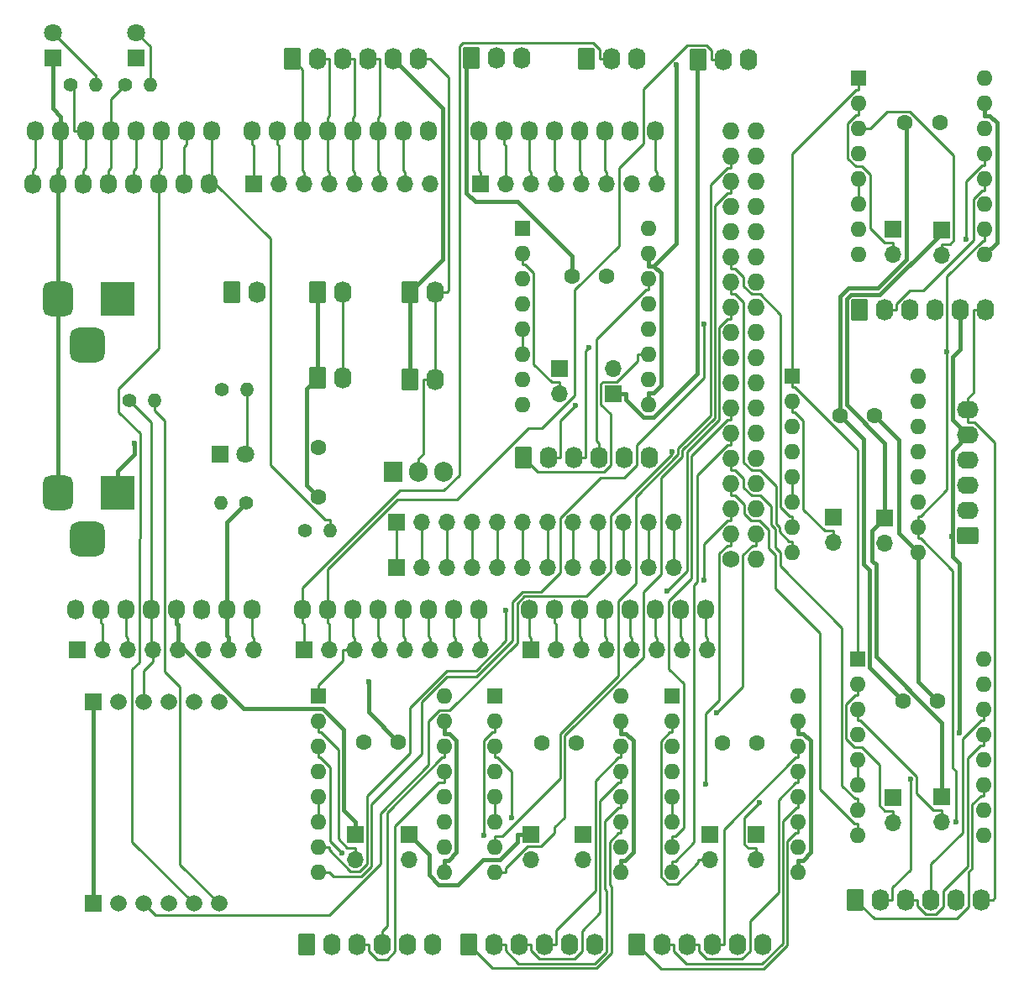
<source format=gbr>
G04 #@! TF.GenerationSoftware,KiCad,Pcbnew,8.0.2-1*
G04 #@! TF.CreationDate,2024-08-19T19:57:30+10:00*
G04 #@! TF.ProjectId,FORWARD 7 STEPPER DRIVER,464f5257-4152-4442-9037-205354455050,rev?*
G04 #@! TF.SameCoordinates,Original*
G04 #@! TF.FileFunction,Copper,L2,Bot*
G04 #@! TF.FilePolarity,Positive*
%FSLAX46Y46*%
G04 Gerber Fmt 4.6, Leading zero omitted, Abs format (unit mm)*
G04 Created by KiCad (PCBNEW 8.0.2-1) date 2024-08-19 19:57:30*
%MOMM*%
%LPD*%
G01*
G04 APERTURE LIST*
G04 Aperture macros list*
%AMRoundRect*
0 Rectangle with rounded corners*
0 $1 Rounding radius*
0 $2 $3 $4 $5 $6 $7 $8 $9 X,Y pos of 4 corners*
0 Add a 4 corners polygon primitive as box body*
4,1,4,$2,$3,$4,$5,$6,$7,$8,$9,$2,$3,0*
0 Add four circle primitives for the rounded corners*
1,1,$1+$1,$2,$3*
1,1,$1+$1,$4,$5*
1,1,$1+$1,$6,$7*
1,1,$1+$1,$8,$9*
0 Add four rect primitives between the rounded corners*
20,1,$1+$1,$2,$3,$4,$5,0*
20,1,$1+$1,$4,$5,$6,$7,0*
20,1,$1+$1,$6,$7,$8,$9,0*
20,1,$1+$1,$8,$9,$2,$3,0*%
G04 Aperture macros list end*
G04 #@! TA.AperFunction,ComponentPad*
%ADD10C,1.727200*%
G04 #@! TD*
G04 #@! TA.AperFunction,ComponentPad*
%ADD11O,1.727200X1.727200*%
G04 #@! TD*
G04 #@! TA.AperFunction,ComponentPad*
%ADD12O,1.727200X2.032000*%
G04 #@! TD*
G04 #@! TA.AperFunction,ComponentPad*
%ADD13R,1.800000X1.800000*%
G04 #@! TD*
G04 #@! TA.AperFunction,ComponentPad*
%ADD14C,1.800000*%
G04 #@! TD*
G04 #@! TA.AperFunction,ComponentPad*
%ADD15C,1.400000*%
G04 #@! TD*
G04 #@! TA.AperFunction,ComponentPad*
%ADD16O,1.400000X1.400000*%
G04 #@! TD*
G04 #@! TA.AperFunction,ComponentPad*
%ADD17RoundRect,0.250000X-0.620000X-0.845000X0.620000X-0.845000X0.620000X0.845000X-0.620000X0.845000X0*%
G04 #@! TD*
G04 #@! TA.AperFunction,ComponentPad*
%ADD18O,1.740000X2.190000*%
G04 #@! TD*
G04 #@! TA.AperFunction,ComponentPad*
%ADD19R,1.700000X1.700000*%
G04 #@! TD*
G04 #@! TA.AperFunction,ComponentPad*
%ADD20O,1.700000X1.700000*%
G04 #@! TD*
G04 #@! TA.AperFunction,ComponentPad*
%ADD21C,1.600000*%
G04 #@! TD*
G04 #@! TA.AperFunction,ComponentPad*
%ADD22R,1.600000X1.600000*%
G04 #@! TD*
G04 #@! TA.AperFunction,ComponentPad*
%ADD23O,1.600000X1.600000*%
G04 #@! TD*
G04 #@! TA.AperFunction,ComponentPad*
%ADD24R,3.500000X3.500000*%
G04 #@! TD*
G04 #@! TA.AperFunction,ComponentPad*
%ADD25RoundRect,0.750000X-0.750000X-1.000000X0.750000X-1.000000X0.750000X1.000000X-0.750000X1.000000X0*%
G04 #@! TD*
G04 #@! TA.AperFunction,ComponentPad*
%ADD26RoundRect,0.875000X-0.875000X-0.875000X0.875000X-0.875000X0.875000X0.875000X-0.875000X0.875000X0*%
G04 #@! TD*
G04 #@! TA.AperFunction,ComponentPad*
%ADD27R,1.665000X1.665000*%
G04 #@! TD*
G04 #@! TA.AperFunction,ComponentPad*
%ADD28C,1.665000*%
G04 #@! TD*
G04 #@! TA.AperFunction,ComponentPad*
%ADD29RoundRect,0.250000X0.845000X-0.620000X0.845000X0.620000X-0.845000X0.620000X-0.845000X-0.620000X0*%
G04 #@! TD*
G04 #@! TA.AperFunction,ComponentPad*
%ADD30O,2.190000X1.740000*%
G04 #@! TD*
G04 #@! TA.AperFunction,ComponentPad*
%ADD31R,1.905000X2.000000*%
G04 #@! TD*
G04 #@! TA.AperFunction,ComponentPad*
%ADD32O,1.905000X2.000000*%
G04 #@! TD*
G04 #@! TA.AperFunction,ViaPad*
%ADD33C,0.600000*%
G04 #@! TD*
G04 #@! TA.AperFunction,Conductor*
%ADD34C,0.250000*%
G04 #@! TD*
G04 #@! TA.AperFunction,Conductor*
%ADD35C,0.450000*%
G04 #@! TD*
G04 APERTURE END LIST*
D10*
X197358000Y-114046000D03*
D11*
X199898000Y-114046000D03*
X197358000Y-111506000D03*
X199898000Y-111506000D03*
X197358000Y-108966000D03*
X199898000Y-108966000D03*
X197358000Y-106426000D03*
X199898000Y-106426000D03*
X197358000Y-103886000D03*
X199898000Y-103886000D03*
X197358000Y-101346000D03*
X199898000Y-101346000D03*
X197358000Y-98806000D03*
X199898000Y-98806000D03*
X197358000Y-96266000D03*
X199898000Y-96266000D03*
X197358000Y-93726000D03*
X199898000Y-93726000D03*
X197358000Y-91186000D03*
X199898000Y-91186000D03*
X197358000Y-88646000D03*
X199898000Y-88646000D03*
X197358000Y-86106000D03*
X199898000Y-86106000D03*
X197358000Y-83566000D03*
X199898000Y-83566000D03*
X197358000Y-81026000D03*
X199898000Y-81026000D03*
X197358000Y-78486000D03*
X199898000Y-78486000D03*
X197358000Y-75946000D03*
X199898000Y-75946000D03*
X197358000Y-73406000D03*
X199898000Y-73406000D03*
X197358000Y-70866000D03*
X199898000Y-70866000D03*
D12*
X131318000Y-119126000D03*
X133858000Y-119126000D03*
X136398000Y-119126000D03*
X138938000Y-119126000D03*
X141478000Y-119126000D03*
X144018000Y-119126000D03*
X146558000Y-119126000D03*
X149098000Y-119126000D03*
X177038000Y-119126000D03*
X179578000Y-119126000D03*
X182118000Y-119126000D03*
X184658000Y-119126000D03*
X187198000Y-119126000D03*
X189738000Y-119126000D03*
X192278000Y-119126000D03*
X194818000Y-119126000D03*
X127254000Y-70866000D03*
X129794000Y-70866000D03*
X132334000Y-70866000D03*
X134874000Y-70866000D03*
X137414000Y-70866000D03*
X139954000Y-70866000D03*
X142494000Y-70866000D03*
X145034000Y-70866000D03*
X149098000Y-70866000D03*
X151638000Y-70866000D03*
X154178000Y-70866000D03*
X156718000Y-70866000D03*
X159258000Y-70866000D03*
X161798000Y-70866000D03*
X164338000Y-70866000D03*
X166878000Y-70866000D03*
X171958000Y-70866000D03*
X174498000Y-70866000D03*
X177038000Y-70866000D03*
X179578000Y-70866000D03*
X182118000Y-70866000D03*
X184658000Y-70866000D03*
X187198000Y-70866000D03*
X189738000Y-70866000D03*
D13*
X129000000Y-63500000D03*
D14*
X129000000Y-60960000D03*
D13*
X137400000Y-63490000D03*
D14*
X137400000Y-60950000D03*
D15*
X130780000Y-66200000D03*
D16*
X133320000Y-66200000D03*
D17*
X155680000Y-87170000D03*
D18*
X158220000Y-87170000D03*
D17*
X187820000Y-152950000D03*
D18*
X190360000Y-152950000D03*
X192900000Y-152950000D03*
X195440000Y-152950000D03*
X197980000Y-152950000D03*
X200520000Y-152950000D03*
D19*
X172085000Y-76200000D03*
D20*
X174625000Y-76200000D03*
X177165000Y-76200000D03*
X179705000Y-76200000D03*
X182245000Y-76200000D03*
X184785000Y-76200000D03*
X187325000Y-76200000D03*
X189865000Y-76200000D03*
D17*
X154610000Y-152950000D03*
D18*
X157150000Y-152950000D03*
X159690000Y-152950000D03*
X162230000Y-152950000D03*
X164770000Y-152950000D03*
X167310000Y-152950000D03*
D17*
X171150000Y-63500000D03*
D18*
X173690000Y-63500000D03*
X176230000Y-63500000D03*
D17*
X210320000Y-88950000D03*
D18*
X212860000Y-88950000D03*
X215400000Y-88950000D03*
X217940000Y-88950000D03*
X220480000Y-88950000D03*
X223020000Y-88950000D03*
D19*
X159500000Y-141800000D03*
D20*
X159500000Y-144340000D03*
D21*
X178250000Y-132600000D03*
X181750000Y-132600000D03*
D17*
X147030000Y-87170000D03*
D18*
X149570000Y-87170000D03*
D19*
X149225000Y-76200000D03*
D20*
X151765000Y-76200000D03*
X154305000Y-76200000D03*
X156845000Y-76200000D03*
X159385000Y-76200000D03*
X161925000Y-76200000D03*
X164465000Y-76200000D03*
X167005000Y-76200000D03*
D17*
X164980000Y-95920000D03*
D18*
X167520000Y-95920000D03*
D22*
X176350000Y-80720000D03*
D23*
X176350000Y-83260000D03*
X176350000Y-85800000D03*
X176350000Y-88340000D03*
X176350000Y-90880000D03*
X176350000Y-93420000D03*
X176350000Y-95960000D03*
X176350000Y-98500000D03*
X189050000Y-98500000D03*
X189050000Y-95960000D03*
X189050000Y-93420000D03*
X189050000Y-90880000D03*
X189050000Y-88340000D03*
X189050000Y-85800000D03*
X189050000Y-83260000D03*
X189050000Y-80720000D03*
D13*
X145820000Y-103500000D03*
D14*
X148360000Y-103500000D03*
D19*
X154305000Y-123190000D03*
D20*
X156845000Y-123190000D03*
X159385000Y-123190000D03*
X161925000Y-123190000D03*
X164465000Y-123190000D03*
X167005000Y-123190000D03*
X169545000Y-123190000D03*
X172085000Y-123190000D03*
D19*
X195250000Y-141860000D03*
D20*
X195250000Y-144400000D03*
D21*
X155800000Y-107800000D03*
X155800000Y-102800000D03*
D22*
X191450000Y-127870000D03*
D23*
X191450000Y-130410000D03*
X191450000Y-132950000D03*
X191450000Y-135490000D03*
X191450000Y-138030000D03*
X191450000Y-140570000D03*
X191450000Y-143110000D03*
X191450000Y-145650000D03*
X204150000Y-145650000D03*
X204150000Y-143110000D03*
X204150000Y-140570000D03*
X204150000Y-138030000D03*
X204150000Y-135490000D03*
X204150000Y-132950000D03*
X204150000Y-130410000D03*
X204150000Y-127870000D03*
D19*
X163610000Y-110350000D03*
D20*
X166150000Y-110350000D03*
X168690000Y-110350000D03*
X171230000Y-110350000D03*
X173770000Y-110350000D03*
X176310000Y-110350000D03*
X178850000Y-110350000D03*
X181390000Y-110350000D03*
X183930000Y-110350000D03*
X186470000Y-110350000D03*
X189010000Y-110350000D03*
X191550000Y-110350000D03*
D17*
X170900000Y-152950000D03*
D18*
X173440000Y-152950000D03*
X175980000Y-152950000D03*
X178520000Y-152950000D03*
X181060000Y-152950000D03*
X183600000Y-152950000D03*
D19*
X218600000Y-138025000D03*
D20*
X218600000Y-140565000D03*
D19*
X212850000Y-109890000D03*
D20*
X212850000Y-112430000D03*
D17*
X182760000Y-63600000D03*
D18*
X185300000Y-63600000D03*
X187840000Y-63600000D03*
D21*
X160350000Y-132500000D03*
X163850000Y-132500000D03*
D15*
X136280000Y-66250000D03*
D16*
X138820000Y-66250000D03*
D22*
X155750000Y-127870000D03*
D23*
X155750000Y-130410000D03*
X155750000Y-132950000D03*
X155750000Y-135490000D03*
X155750000Y-138030000D03*
X155750000Y-140570000D03*
X155750000Y-143110000D03*
X155750000Y-145650000D03*
X168450000Y-145650000D03*
X168450000Y-143110000D03*
X168450000Y-140570000D03*
X168450000Y-138030000D03*
X168450000Y-135490000D03*
X168450000Y-132950000D03*
X168450000Y-130410000D03*
X168450000Y-127870000D03*
D15*
X154450000Y-111150000D03*
D16*
X156990000Y-111150000D03*
D17*
X176410000Y-103800000D03*
D18*
X178950000Y-103800000D03*
X181490000Y-103800000D03*
X184030000Y-103800000D03*
X186570000Y-103800000D03*
X189110000Y-103800000D03*
D21*
X214900000Y-70050000D03*
X218400000Y-70050000D03*
D12*
X154178000Y-119126000D03*
X156718000Y-119126000D03*
X159258000Y-119126000D03*
X161798000Y-119126000D03*
X164338000Y-119126000D03*
X166878000Y-119126000D03*
X169418000Y-119126000D03*
X171958000Y-119126000D03*
D22*
X210250000Y-65570000D03*
D23*
X210250000Y-68110000D03*
X210250000Y-70650000D03*
X210250000Y-73190000D03*
X210250000Y-75730000D03*
X210250000Y-78270000D03*
X210250000Y-80810000D03*
X210250000Y-83350000D03*
X222950000Y-83350000D03*
X222950000Y-80810000D03*
X222950000Y-78270000D03*
X222950000Y-75730000D03*
X222950000Y-73190000D03*
X222950000Y-70650000D03*
X222950000Y-68110000D03*
X222950000Y-65570000D03*
D19*
X207640000Y-109850000D03*
D20*
X207640000Y-112390000D03*
D17*
X164980000Y-87170000D03*
D18*
X167520000Y-87170000D03*
D19*
X199900000Y-141860000D03*
D20*
X199900000Y-144400000D03*
D19*
X182400000Y-141860000D03*
D20*
X182400000Y-144400000D03*
D15*
X146030000Y-97000000D03*
D16*
X148570000Y-97000000D03*
D15*
X148470000Y-108400000D03*
D16*
X145930000Y-108400000D03*
D21*
X196500000Y-132600000D03*
X200000000Y-132600000D03*
D24*
X135500000Y-87792500D03*
D25*
X129500000Y-87792500D03*
D26*
X132500000Y-92492500D03*
D19*
X164900000Y-141860000D03*
D20*
X164900000Y-144400000D03*
D19*
X180100000Y-94835000D03*
D20*
X180100000Y-97375000D03*
D17*
X155680000Y-95800000D03*
D18*
X158220000Y-95800000D03*
D27*
X133050000Y-148800000D03*
D28*
X135590000Y-148800000D03*
X138130000Y-148800000D03*
X140670000Y-148800000D03*
X143210000Y-148800000D03*
X145750000Y-148800000D03*
D27*
X133050000Y-128480000D03*
D28*
X135590000Y-128480000D03*
X138130000Y-128480000D03*
X140670000Y-128480000D03*
X143210000Y-128480000D03*
X145750000Y-128480000D03*
D17*
X194010000Y-63700000D03*
D18*
X196550000Y-63700000D03*
X199090000Y-63700000D03*
D17*
X209880000Y-148400000D03*
D18*
X212420000Y-148400000D03*
X214960000Y-148400000D03*
X217500000Y-148400000D03*
X220040000Y-148400000D03*
X222580000Y-148400000D03*
D29*
X221250000Y-111730000D03*
D30*
X221250000Y-109190000D03*
X221250000Y-106650000D03*
X221250000Y-104110000D03*
X221250000Y-101570000D03*
X221250000Y-99030000D03*
D19*
X213700000Y-80810000D03*
D20*
X213700000Y-83350000D03*
D22*
X173550000Y-127870000D03*
D23*
X173550000Y-130410000D03*
X173550000Y-132950000D03*
X173550000Y-135490000D03*
X173550000Y-138030000D03*
X173550000Y-140570000D03*
X173550000Y-143110000D03*
X173550000Y-145650000D03*
X186250000Y-145650000D03*
X186250000Y-143110000D03*
X186250000Y-140570000D03*
X186250000Y-138030000D03*
X186250000Y-135490000D03*
X186250000Y-132950000D03*
X186250000Y-130410000D03*
X186250000Y-127870000D03*
D21*
X181350000Y-85500000D03*
X184850000Y-85500000D03*
D15*
X136690000Y-98045000D03*
D16*
X139230000Y-98045000D03*
D12*
X127000000Y-76200000D03*
X129540000Y-76200000D03*
X132080000Y-76200000D03*
X134620000Y-76200000D03*
X137160000Y-76200000D03*
X139700000Y-76200000D03*
X142240000Y-76200000D03*
X144780000Y-76200000D03*
D19*
X177165000Y-123190000D03*
D20*
X179705000Y-123190000D03*
X182245000Y-123190000D03*
X184785000Y-123190000D03*
X187325000Y-123190000D03*
X189865000Y-123190000D03*
X192405000Y-123190000D03*
X194945000Y-123190000D03*
D17*
X153110000Y-63600000D03*
D18*
X155650000Y-63600000D03*
X158190000Y-63600000D03*
X160730000Y-63600000D03*
X163270000Y-63600000D03*
X165810000Y-63600000D03*
D19*
X177150000Y-141860000D03*
D20*
X177150000Y-144400000D03*
D21*
X208330000Y-99600000D03*
X211830000Y-99600000D03*
D22*
X203500000Y-95600000D03*
D23*
X203500000Y-98140000D03*
X203500000Y-100680000D03*
X203500000Y-103220000D03*
X203500000Y-105760000D03*
X203500000Y-108300000D03*
X203500000Y-110840000D03*
X203500000Y-113380000D03*
X216200000Y-113380000D03*
X216200000Y-110840000D03*
X216200000Y-108300000D03*
X216200000Y-105760000D03*
X216200000Y-103220000D03*
X216200000Y-100680000D03*
X216200000Y-98140000D03*
X216200000Y-95600000D03*
D19*
X185450000Y-97390000D03*
D20*
X185450000Y-94850000D03*
D22*
X210100000Y-124120000D03*
D23*
X210100000Y-126660000D03*
X210100000Y-129200000D03*
X210100000Y-131740000D03*
X210100000Y-134280000D03*
X210100000Y-136820000D03*
X210100000Y-139360000D03*
X210100000Y-141900000D03*
X222800000Y-141900000D03*
X222800000Y-139360000D03*
X222800000Y-136820000D03*
X222800000Y-134280000D03*
X222800000Y-131740000D03*
X222800000Y-129200000D03*
X222800000Y-126660000D03*
X222800000Y-124120000D03*
D31*
X163300000Y-105250000D03*
D32*
X165840000Y-105250000D03*
X168380000Y-105250000D03*
D21*
X214700000Y-128400000D03*
X218200000Y-128400000D03*
D19*
X163610000Y-114950000D03*
D20*
X166150000Y-114950000D03*
X168690000Y-114950000D03*
X171230000Y-114950000D03*
X173770000Y-114950000D03*
X176310000Y-114950000D03*
X178850000Y-114950000D03*
X181390000Y-114950000D03*
X183930000Y-114950000D03*
X186470000Y-114950000D03*
X189010000Y-114950000D03*
X191550000Y-114950000D03*
D19*
X218600000Y-80910000D03*
D20*
X218600000Y-83450000D03*
D19*
X213650000Y-138075000D03*
D20*
X213650000Y-140615000D03*
D24*
X135500000Y-107342500D03*
D25*
X129500000Y-107342500D03*
D26*
X132500000Y-112042500D03*
D19*
X131445000Y-123190000D03*
D20*
X133985000Y-123190000D03*
X136525000Y-123190000D03*
X139065000Y-123190000D03*
X141605000Y-123190000D03*
X144145000Y-123190000D03*
X146685000Y-123190000D03*
X149225000Y-123190000D03*
D33*
X137201500Y-102390900D03*
X160822000Y-126454000D03*
X191832400Y-64222500D03*
X194824700Y-136760000D03*
X195896700Y-129562900D03*
X194619200Y-116157000D03*
X191391600Y-103219800D03*
X219988500Y-140549900D03*
X219135200Y-93141200D03*
X174668000Y-119225200D03*
X190912700Y-117266100D03*
X194643900Y-90353400D03*
X220349300Y-131546700D03*
X219574000Y-111802000D03*
X175235600Y-140143700D03*
X172424900Y-141887300D03*
X181677000Y-98573300D03*
X183019500Y-92719100D03*
X221055400Y-81780400D03*
X200249200Y-138602300D03*
X215418800Y-136269400D03*
X158137500Y-143735900D03*
D34*
X133320000Y-66200000D02*
X133320000Y-65174900D01*
X133214900Y-65174900D02*
X129000000Y-60960000D01*
X133320000Y-65174900D02*
X133214900Y-65174900D01*
X138820000Y-66250000D02*
X138820000Y-62370000D01*
X138820000Y-62370000D02*
X137400000Y-60950000D01*
D35*
X135500000Y-105167400D02*
X137201500Y-103465900D01*
X215050000Y-70200000D02*
X215050000Y-83805400D01*
X135500000Y-107342500D02*
X135500000Y-105167400D01*
X170662900Y-63987100D02*
X171150000Y-63500000D01*
X211325200Y-125025200D02*
X214700000Y-128400000D01*
X208330000Y-87598900D02*
X208330000Y-99600000D01*
X175857000Y-78015600D02*
X171560900Y-78015600D01*
X181350000Y-83508600D02*
X175857000Y-78015600D01*
X137201500Y-103465900D02*
X137201500Y-102390900D01*
X211325200Y-115199600D02*
X211325200Y-125025200D01*
X209191800Y-86737100D02*
X208330000Y-87598900D01*
X210675100Y-114549500D02*
X211325200Y-115199600D01*
X171560900Y-78015600D02*
X170662900Y-77117600D01*
X181350000Y-85500000D02*
X181350000Y-83508600D01*
X214900000Y-70050000D02*
X215050000Y-70200000D01*
X210675100Y-101945100D02*
X210675100Y-114549500D01*
X208330000Y-99600000D02*
X210675100Y-101945100D01*
X212118300Y-86737100D02*
X209191800Y-86737100D01*
X215050000Y-83805400D02*
X212118300Y-86737100D01*
X170662900Y-77117600D02*
X170662900Y-63987100D01*
X146558000Y-121787900D02*
X146558000Y-119126000D01*
X190282600Y-96501700D02*
X190282600Y-85210000D01*
X189509400Y-97274900D02*
X190282600Y-96501700D01*
X191832400Y-82210400D02*
X189557700Y-84485100D01*
X204609400Y-144424900D02*
X205382600Y-143651700D01*
X189050000Y-97274900D02*
X189509400Y-97274900D01*
X146558000Y-110312000D02*
X148470000Y-108400000D01*
X146558000Y-119126000D02*
X146558000Y-110312000D01*
X204657700Y-131635100D02*
X204150000Y-131635100D01*
X129794000Y-70866000D02*
X129794000Y-69424900D01*
X129540000Y-76200000D02*
X129540000Y-87752500D01*
X214234800Y-111414800D02*
X216200000Y-113380000D01*
X204150000Y-145650000D02*
X204150000Y-144424900D01*
X224182600Y-70060000D02*
X223457700Y-69335100D01*
X129794000Y-74504900D02*
X129794000Y-70866000D01*
X204150000Y-144424900D02*
X204609400Y-144424900D01*
X186709400Y-144424900D02*
X187482600Y-143651700D01*
X129000000Y-68630900D02*
X129794000Y-69424900D01*
X160822000Y-126454000D02*
X160822000Y-129472000D01*
X129540000Y-74758900D02*
X129794000Y-74504900D01*
X190282600Y-85210000D02*
X189557700Y-84485100D01*
X205382600Y-143651700D02*
X205382600Y-132360000D01*
X129000000Y-63500000D02*
X129000000Y-68630900D01*
X222950000Y-68110000D02*
X222950000Y-69335100D01*
X160822000Y-129472000D02*
X163850000Y-132500000D01*
X187482600Y-132360000D02*
X186757700Y-131635100D01*
X168450000Y-144424900D02*
X168909400Y-144424900D01*
X205382600Y-132360000D02*
X204657700Y-131635100D01*
X169682600Y-143651700D02*
X169682600Y-132360000D01*
X168450000Y-145650000D02*
X168450000Y-144424900D01*
X216200000Y-113380000D02*
X216200000Y-126400000D01*
X186250000Y-144424900D02*
X186709400Y-144424900D01*
X187482600Y-143651700D02*
X187482600Y-132360000D01*
X189557700Y-84485100D02*
X189050000Y-84485100D01*
X223457700Y-69335100D02*
X222950000Y-69335100D01*
X168450000Y-130410000D02*
X168450000Y-131635100D01*
X189050000Y-83260000D02*
X189050000Y-84485100D01*
X129500000Y-87792500D02*
X129500000Y-107342500D01*
X146685000Y-121914900D02*
X146558000Y-121787900D01*
X168957700Y-131635100D02*
X168450000Y-131635100D01*
X186757700Y-131635100D02*
X186250000Y-131635100D01*
X224182600Y-82117400D02*
X224182600Y-70060000D01*
X191832400Y-64222500D02*
X191832400Y-82210400D01*
X146685000Y-123190000D02*
X146685000Y-121914900D01*
X168909400Y-144424900D02*
X169682600Y-143651700D01*
X129540000Y-87752500D02*
X129500000Y-87792500D01*
X186250000Y-130410000D02*
X186250000Y-131635100D01*
X204150000Y-130410000D02*
X204150000Y-131635100D01*
X186250000Y-145650000D02*
X186250000Y-144424900D01*
X214234800Y-102004800D02*
X214234800Y-111414800D01*
X169682600Y-132360000D02*
X168957700Y-131635100D01*
X211830000Y-99600000D02*
X214234800Y-102004800D01*
X129540000Y-76200000D02*
X129540000Y-74758900D01*
X133050000Y-148800000D02*
X133050000Y-128480000D01*
X189050000Y-98500000D02*
X189050000Y-97274900D01*
X222950000Y-83350000D02*
X224182600Y-82117400D01*
X216200000Y-126400000D02*
X218200000Y-128400000D01*
X159500000Y-141800000D02*
X159500000Y-140524900D01*
X189563500Y-99740800D02*
X188518000Y-99740800D01*
X193918800Y-95385500D02*
X189563500Y-99740800D01*
X188518000Y-99740800D02*
X186725100Y-97947900D01*
X141605000Y-123190000D02*
X141605000Y-120694100D01*
X175874900Y-141860000D02*
X175874900Y-142577200D01*
X186725100Y-97947900D02*
X186725100Y-97390000D01*
X209440800Y-87407500D02*
X209002000Y-87846300D01*
X141478000Y-119126000D02*
X141478000Y-120567100D01*
X209002000Y-87846300D02*
X209002000Y-98504600D01*
X212850000Y-102352600D02*
X212850000Y-109890000D01*
X174072100Y-144380000D02*
X172332900Y-144380000D01*
X211568900Y-114198700D02*
X211975400Y-114605200D01*
X218600000Y-130532600D02*
X218600000Y-138025000D01*
X212850000Y-109890000D02*
X211568900Y-111171100D01*
X159500000Y-140524900D02*
X158347500Y-139372400D01*
X193918800Y-63791200D02*
X193918800Y-95385500D01*
X185450000Y-97390000D02*
X186725100Y-97390000D01*
X142341700Y-123190000D02*
X141605000Y-123190000D01*
X172332900Y-144380000D02*
X169815400Y-146897500D01*
X156181700Y-129095200D02*
X148246900Y-129095200D01*
X175874900Y-142577200D02*
X174072100Y-144380000D01*
X209002000Y-98504600D02*
X212850000Y-102352600D01*
X141605000Y-120694100D02*
X141478000Y-120567100D01*
X169815400Y-146897500D02*
X167901600Y-146897500D01*
X212367300Y-87407500D02*
X209440800Y-87407500D01*
X218600000Y-80910000D02*
X218600000Y-81174800D01*
X167901600Y-146897500D02*
X166930000Y-145925900D01*
X166930000Y-143890000D02*
X164900000Y-141860000D01*
X194010000Y-63700000D02*
X193918800Y-63791200D01*
X158347500Y-131261000D02*
X156181700Y-129095200D01*
X211975400Y-114605200D02*
X211975400Y-123908000D01*
X211975400Y-123908000D02*
X218600000Y-130532600D01*
X166930000Y-145925900D02*
X166930000Y-143890000D01*
X218600000Y-81174800D02*
X212367300Y-87407500D01*
X148246900Y-129095200D02*
X142341700Y-123190000D01*
X211568900Y-111171100D02*
X211568900Y-114198700D01*
X158347500Y-139372400D02*
X158347500Y-131261000D01*
X177150000Y-141860000D02*
X175874900Y-141860000D01*
D34*
X133985000Y-120594100D02*
X133858000Y-120467100D01*
X133858000Y-119126000D02*
X133858000Y-120467100D01*
X133985000Y-123190000D02*
X133985000Y-120594100D01*
X136398000Y-121887900D02*
X136398000Y-119126000D01*
X136525000Y-122014900D02*
X136398000Y-121887900D01*
X136525000Y-123190000D02*
X136525000Y-122014900D01*
X139065000Y-123777500D02*
X139065000Y-124365100D01*
X138938000Y-100293000D02*
X138938000Y-119126000D01*
X138938000Y-123650500D02*
X138938000Y-119126000D01*
X139065000Y-123190000D02*
X139065000Y-123777500D01*
X138130000Y-128480000D02*
X138130000Y-125300100D01*
X138130000Y-125300100D02*
X139065000Y-124365100D01*
X136690000Y-98045000D02*
X138938000Y-100293000D01*
X139065000Y-123777500D02*
X138938000Y-123650500D01*
X134620000Y-74858900D02*
X134874000Y-74604900D01*
X134874000Y-67656000D02*
X134874000Y-70866000D01*
X136280000Y-66250000D02*
X134874000Y-67656000D01*
X134874000Y-74604900D02*
X134874000Y-70866000D01*
X134620000Y-76200000D02*
X134620000Y-74858900D01*
X131145300Y-66565300D02*
X131145300Y-70866000D01*
X132080000Y-74858900D02*
X132334000Y-74604900D01*
X130780000Y-66200000D02*
X131145300Y-66565300D01*
X132334000Y-74604900D02*
X132334000Y-70866000D01*
X132080000Y-76200000D02*
X132080000Y-74858900D01*
X132334000Y-70866000D02*
X131145300Y-70866000D01*
X196169300Y-113511800D02*
X196169300Y-128266000D01*
X197358000Y-112694700D02*
X196986400Y-112694700D01*
X196986400Y-112694700D02*
X196169300Y-113511800D01*
X194824700Y-129610600D02*
X194824700Y-136760000D01*
X196169300Y-128266000D02*
X194824700Y-129610600D01*
X197358000Y-111506000D02*
X197358000Y-112694700D01*
X198546800Y-113676400D02*
X199528500Y-112694700D01*
X199898000Y-111506000D02*
X199898000Y-112694700D01*
X199528500Y-112694700D02*
X199898000Y-112694700D01*
X198546800Y-126912800D02*
X198546800Y-113676400D01*
X195896700Y-129562900D02*
X198546800Y-126912800D01*
X148570000Y-103290000D02*
X148570000Y-97000000D01*
X148360000Y-103500000D02*
X148570000Y-103290000D01*
X197358000Y-108966000D02*
X197358000Y-110154700D01*
X194619200Y-112518800D02*
X194619200Y-116157000D01*
X197358000Y-110154700D02*
X196983300Y-110154700D01*
X196983300Y-110154700D02*
X194619200Y-112518800D01*
X176539600Y-117784800D02*
X182769800Y-117784800D01*
X162005000Y-139679100D02*
X166837400Y-134846700D01*
X156844900Y-149993800D02*
X162005000Y-144833700D01*
X175803000Y-122495800D02*
X175803000Y-118521400D01*
X139323800Y-149993800D02*
X156844900Y-149993800D01*
X175803000Y-118521400D02*
X176539600Y-117784800D01*
X166837400Y-130396200D02*
X167948800Y-129284800D01*
X167948800Y-129284800D02*
X169014000Y-129284800D01*
X166837400Y-134846700D02*
X166837400Y-130396200D01*
X185200000Y-115354600D02*
X185200000Y-109693200D01*
X182769800Y-117784800D02*
X185200000Y-115354600D01*
X191391600Y-103501600D02*
X191391600Y-103219800D01*
X162005000Y-144833700D02*
X162005000Y-139679100D01*
X169014000Y-129284800D02*
X175803000Y-122495800D01*
X138130000Y-148800000D02*
X139323800Y-149993800D01*
X185200000Y-109693200D02*
X191391600Y-103501600D01*
X145750000Y-148800000D02*
X141827700Y-144877700D01*
X141827700Y-126963400D02*
X140289200Y-125424900D01*
X141827700Y-144877700D02*
X141827700Y-126963400D01*
X140289200Y-125424900D02*
X140289200Y-100129300D01*
X139230000Y-98045000D02*
X139230000Y-99070100D01*
X140289200Y-100129300D02*
X139230000Y-99070100D01*
X127000000Y-76200000D02*
X127000000Y-74858900D01*
X127000000Y-74858900D02*
X127254000Y-74604900D01*
X127254000Y-74604900D02*
X127254000Y-70866000D01*
X187740000Y-107789800D02*
X192016700Y-103513100D01*
X173550000Y-143110000D02*
X173550000Y-141984900D01*
X192016700Y-103513100D02*
X192016700Y-102876500D01*
X197358000Y-73406000D02*
X197358000Y-74594700D01*
X185969300Y-118275100D02*
X187740000Y-116504400D01*
X180134100Y-131670600D02*
X185969300Y-125835400D01*
X174278500Y-141984900D02*
X180134100Y-136129300D01*
X196986400Y-74594700D02*
X197358000Y-74594700D01*
X192016700Y-102876500D02*
X195269100Y-99624100D01*
X195269100Y-76312000D02*
X196986400Y-74594700D01*
X195269100Y-99624100D02*
X195269100Y-76312000D01*
X185969300Y-125835400D02*
X185969300Y-118275100D01*
X173550000Y-141984900D02*
X174278500Y-141984900D01*
X187740000Y-116504400D02*
X187740000Y-107789800D01*
X180134100Y-136129300D02*
X180134100Y-131670600D01*
X210100000Y-103043800D02*
X210100000Y-124120000D01*
X155750000Y-126744900D02*
X158209900Y-124285000D01*
X203500000Y-96725100D02*
X203781300Y-96725100D01*
X203500000Y-95600000D02*
X203500000Y-96725100D01*
X158209900Y-124285000D02*
X158209900Y-123190000D01*
X210250000Y-66695100D02*
X209968700Y-66695100D01*
X155750000Y-127870000D02*
X155750000Y-126744900D01*
X203500000Y-73163800D02*
X203500000Y-95600000D01*
X159385000Y-122014900D02*
X159258000Y-121887900D01*
X210250000Y-65570000D02*
X210250000Y-66695100D01*
X159385000Y-123190000D02*
X158209900Y-123190000D01*
X159258000Y-121887900D02*
X159258000Y-119126000D01*
X209968700Y-66695100D02*
X203500000Y-73163800D01*
X203781300Y-96725100D02*
X210100000Y-103043800D01*
X159385000Y-123190000D02*
X159385000Y-122014900D01*
X173550000Y-140570000D02*
X173550000Y-138030000D01*
X137826600Y-111941100D02*
X137826600Y-101402900D01*
X139700000Y-74858900D02*
X139954000Y-74604900D01*
X135652500Y-96839800D02*
X139700000Y-92792300D01*
X137700300Y-124459900D02*
X137700300Y-112067400D01*
X139700000Y-92792300D02*
X139700000Y-76200000D01*
X143210000Y-148800000D02*
X136965000Y-142555000D01*
X139700000Y-76200000D02*
X139700000Y-74858900D01*
X136965000Y-125195200D02*
X137700300Y-124459900D01*
X136965000Y-142555000D02*
X136965000Y-125195200D01*
X137826600Y-101402900D02*
X135652500Y-99228800D01*
X135652500Y-99228800D02*
X135652500Y-96839800D01*
X139954000Y-74604900D02*
X139954000Y-70866000D01*
X137700300Y-112067400D02*
X137826600Y-111941100D01*
X174675100Y-145650000D02*
X174675100Y-145189400D01*
X196986400Y-77134700D02*
X197358000Y-77134700D01*
X188500300Y-123941000D02*
X188500300Y-117353400D01*
X197358000Y-75946000D02*
X197358000Y-77134700D01*
X188500300Y-117353400D02*
X190280000Y-115573700D01*
X176829300Y-143035200D02*
X178182400Y-143035200D01*
X190280000Y-115573700D02*
X190280000Y-105886400D01*
X192466800Y-103699600D02*
X192466800Y-103063000D01*
X179571700Y-141645900D02*
X179571700Y-141113600D01*
X174675100Y-145189400D02*
X176829300Y-143035200D01*
X173550000Y-145650000D02*
X174675100Y-145650000D01*
X195719200Y-99810600D02*
X195719200Y-78401900D01*
X180584300Y-131857000D02*
X188500300Y-123941000D01*
X195719200Y-78401900D02*
X196986400Y-77134700D01*
X179571700Y-141113600D02*
X180584300Y-140101000D01*
X180584300Y-140101000D02*
X180584300Y-131857000D01*
X190280000Y-105886400D02*
X192466800Y-103699600D01*
X178182400Y-143035200D02*
X179571700Y-141645900D01*
X192466800Y-103063000D02*
X195719200Y-99810600D01*
X219135200Y-107061000D02*
X219135200Y-93141200D01*
X216200000Y-110840000D02*
X216200000Y-109714900D01*
X219988500Y-135436600D02*
X219988500Y-140549900D01*
X216481300Y-111965100D02*
X219724200Y-115208000D01*
X222950000Y-80810000D02*
X222950000Y-81935100D01*
X222950000Y-81935100D02*
X222716800Y-81935100D01*
X216200000Y-111965100D02*
X216481300Y-111965100D01*
X216200000Y-110840000D02*
X216200000Y-111965100D01*
X216200000Y-109714900D02*
X216481300Y-109714900D01*
X219724200Y-115208000D02*
X219724200Y-135172300D01*
X222716800Y-81935100D02*
X219135200Y-85516700D01*
X219724200Y-135172300D02*
X219988500Y-135436600D01*
X219135200Y-85516700D02*
X219135200Y-93141200D01*
X216481300Y-109714900D02*
X219135200Y-107061000D01*
X149225000Y-123190000D02*
X149225000Y-122014900D01*
X149225000Y-122014900D02*
X149098000Y-121887900D01*
X149098000Y-121887900D02*
X149098000Y-119126000D01*
X176350000Y-93420000D02*
X176350000Y-90880000D01*
X210250000Y-78270000D02*
X210250000Y-75730000D01*
X197358000Y-98806000D02*
X197358000Y-99994700D01*
X193367000Y-116035000D02*
X193367000Y-103616200D01*
X191450000Y-141984900D02*
X191731300Y-141984900D01*
X191731300Y-141984900D02*
X192575200Y-141141000D01*
X192575200Y-126622100D02*
X191089200Y-125136100D01*
X191089200Y-118312800D02*
X193367000Y-116035000D01*
X191450000Y-143110000D02*
X191450000Y-141984900D01*
X196988500Y-99994700D02*
X197358000Y-99994700D01*
X191089200Y-125136100D02*
X191089200Y-118312800D01*
X192575200Y-141141000D02*
X192575200Y-126622100D01*
X193367000Y-103616200D02*
X196988500Y-99994700D01*
X191450000Y-140570000D02*
X191450000Y-138030000D01*
X193956000Y-116336700D02*
X193629000Y-116663700D01*
X191450000Y-145650000D02*
X191450000Y-144524900D01*
X197358000Y-102534700D02*
X196988500Y-102534700D01*
X193629000Y-116663700D02*
X193629000Y-142627200D01*
X193629000Y-142627200D02*
X191731300Y-144524900D01*
X193956000Y-105567200D02*
X193956000Y-116336700D01*
X191731300Y-144524900D02*
X191450000Y-144524900D01*
X196988500Y-102534700D02*
X193956000Y-105567200D01*
X197358000Y-101346000D02*
X197358000Y-102534700D01*
X198628000Y-104335000D02*
X198628000Y-88195300D01*
X203500000Y-113380000D02*
X203500000Y-112254900D01*
X197358000Y-86106000D02*
X197358000Y-87294700D01*
X202267600Y-111303900D02*
X202267600Y-110817000D01*
X203500000Y-112254900D02*
X203218600Y-112254900D01*
X198628000Y-88195300D02*
X197727400Y-87294700D01*
X199417300Y-105124300D02*
X198628000Y-104335000D01*
X203218600Y-112254900D02*
X202267600Y-111303900D01*
X202267600Y-110817000D02*
X201924800Y-110474200D01*
X201924800Y-110474200D02*
X201924800Y-106721300D01*
X201924800Y-106721300D02*
X200327800Y-105124300D01*
X200327800Y-105124300D02*
X199417300Y-105124300D01*
X197727400Y-87294700D02*
X197358000Y-87294700D01*
X198628000Y-85655300D02*
X197727400Y-84754700D01*
X203500000Y-110840000D02*
X203500000Y-109714900D01*
X200336000Y-87344300D02*
X199449000Y-87344300D01*
X202374900Y-89383200D02*
X200336000Y-87344300D01*
X197727400Y-84754700D02*
X197358000Y-84754700D01*
X203500000Y-109714900D02*
X203263000Y-109714900D01*
X198628000Y-86523300D02*
X198628000Y-85655300D01*
X202374900Y-108826800D02*
X202374900Y-89383200D01*
X203263000Y-109714900D02*
X202374900Y-108826800D01*
X199449000Y-87344300D02*
X198628000Y-86523300D01*
X197358000Y-83566000D02*
X197358000Y-84754700D01*
X203500000Y-108300000D02*
X203500000Y-105760000D01*
X197727400Y-107614700D02*
X197358000Y-107614700D01*
X198709200Y-108596500D02*
X197727400Y-107614700D01*
X201842500Y-113633100D02*
X201142400Y-112933000D01*
X209818700Y-140774900D02*
X206345600Y-137301800D01*
X200228000Y-110154800D02*
X199348800Y-110154800D01*
X206345600Y-121520700D02*
X201842500Y-117017600D01*
X206345600Y-137301800D02*
X206345600Y-121520700D01*
X210100000Y-141900000D02*
X210100000Y-140774900D01*
X199348800Y-110154800D02*
X198709200Y-109515200D01*
X201842500Y-117017600D02*
X201842500Y-113633100D01*
X197358000Y-106426000D02*
X197358000Y-107614700D01*
X201142400Y-111069200D02*
X200228000Y-110154800D01*
X210100000Y-140774900D02*
X209818700Y-140774900D01*
X198709200Y-109515200D02*
X198709200Y-108596500D01*
X201142400Y-112933000D02*
X201142400Y-111069200D01*
X210100000Y-136820000D02*
X210100000Y-134280000D01*
X201817500Y-111003500D02*
X201367400Y-110553400D01*
X208524800Y-120991600D02*
X202292700Y-114759500D01*
X199449000Y-107664300D02*
X198628000Y-106843300D01*
X201367400Y-108703900D02*
X200327800Y-107664300D01*
X202292700Y-114759500D02*
X202292700Y-113370900D01*
X210100000Y-138234900D02*
X209863200Y-138234900D01*
X201367400Y-110553400D02*
X201367400Y-108703900D01*
X198628000Y-106843300D02*
X198628000Y-105975300D01*
X201817500Y-112895700D02*
X201817500Y-111003500D01*
X197727400Y-105074700D02*
X197358000Y-105074700D01*
X209863200Y-138234900D02*
X208524800Y-136896500D01*
X210100000Y-139360000D02*
X210100000Y-138234900D01*
X208524800Y-136896500D02*
X208524800Y-120991600D01*
X197358000Y-103886000D02*
X197358000Y-105074700D01*
X200327800Y-107664300D02*
X199449000Y-107664300D01*
X198628000Y-105975300D02*
X197727400Y-105074700D01*
X202292700Y-113370900D02*
X201817500Y-112895700D01*
X168721000Y-125302700D02*
X171645500Y-125302700D01*
X156875100Y-143396000D02*
X159026200Y-145547100D01*
X192916900Y-115261900D02*
X192916900Y-103249500D01*
X192916900Y-103249500D02*
X196169300Y-99997100D01*
X196169300Y-99997100D02*
X196169300Y-90653900D01*
X160675100Y-137937300D02*
X164975200Y-133637200D01*
X174668000Y-122280200D02*
X174668000Y-119225200D01*
X155750000Y-143110000D02*
X156875100Y-143110000D01*
X159955000Y-145547100D02*
X160675100Y-144827000D01*
X196169300Y-90653900D02*
X196988500Y-89834700D01*
X171645500Y-125302700D02*
X174668000Y-122280200D01*
X197358000Y-88646000D02*
X197358000Y-89834700D01*
X156875100Y-143110000D02*
X156875100Y-143396000D01*
X160675100Y-144827000D02*
X160675100Y-137937300D01*
X164975200Y-129048500D02*
X168721000Y-125302700D01*
X164975200Y-133637200D02*
X164975200Y-129048500D01*
X159026200Y-145547100D02*
X159955000Y-145547100D01*
X190912700Y-117266100D02*
X192916900Y-115261900D01*
X196988500Y-89834700D02*
X197358000Y-89834700D01*
X155750000Y-140570000D02*
X155750000Y-138030000D01*
X194643900Y-95761500D02*
X187840000Y-102565400D01*
X175325700Y-122259100D02*
X171673000Y-125911800D01*
X171673000Y-125911800D02*
X168748600Y-125911800D01*
X166163700Y-128496700D02*
X166163700Y-133721900D01*
X186594100Y-105808500D02*
X184233900Y-105808500D01*
X175325700Y-118362100D02*
X175325700Y-122259100D01*
X180120000Y-109922400D02*
X180120000Y-115408000D01*
X187840000Y-102565400D02*
X187840000Y-104562600D01*
X161125300Y-138760300D02*
X161125300Y-145013400D01*
X176353100Y-117334700D02*
X175325700Y-118362100D01*
X168748600Y-125911800D02*
X166163700Y-128496700D01*
X161125300Y-145013400D02*
X160094900Y-146043800D01*
X187840000Y-104562600D02*
X186594100Y-105808500D01*
X178193300Y-117334700D02*
X176353100Y-117334700D01*
X155750000Y-145650000D02*
X156875100Y-145650000D01*
X180120000Y-115408000D02*
X178193300Y-117334700D01*
X157268900Y-146043800D02*
X156875100Y-145650000D01*
X166163700Y-133721900D02*
X161125300Y-138760300D01*
X184233900Y-105808500D02*
X180120000Y-109922400D01*
X194643900Y-90353400D02*
X194643900Y-95761500D01*
X160094900Y-146043800D02*
X157268900Y-146043800D01*
X168874500Y-65469400D02*
X167005100Y-63600000D01*
X165810000Y-63600000D02*
X167005100Y-63600000D01*
X158220000Y-87170000D02*
X158220000Y-95800000D01*
X221824900Y-97260000D02*
X221824900Y-88950000D01*
X167520000Y-95920000D02*
X167520000Y-87170000D01*
X223020000Y-88950000D02*
X221824900Y-88950000D01*
X221250000Y-97834900D02*
X221824900Y-97260000D01*
X168715100Y-87170000D02*
X168874500Y-87010600D01*
X222580000Y-148400000D02*
X223775100Y-148400000D01*
X165840000Y-105250000D02*
X165840000Y-103924900D01*
X223950200Y-148224900D02*
X223950200Y-102295000D01*
X168874500Y-87010600D02*
X168874500Y-65469400D01*
X221880300Y-100225100D02*
X221250000Y-100225100D01*
X221250000Y-99030000D02*
X221250000Y-97834900D01*
X166324900Y-103440000D02*
X166324900Y-95920000D01*
X167520000Y-87170000D02*
X168715100Y-87170000D01*
X221250000Y-99030000D02*
X221250000Y-100225100D01*
X167520000Y-95920000D02*
X166324900Y-95920000D01*
X223775100Y-148400000D02*
X223950200Y-148224900D01*
X165840000Y-103924900D02*
X166324900Y-103440000D01*
X223950200Y-102295000D02*
X221880300Y-100225100D01*
D35*
X220480000Y-92919800D02*
X220480000Y-90470100D01*
X168280400Y-68610400D02*
X163270000Y-63600000D01*
X219702000Y-93697800D02*
X220480000Y-92919800D01*
X221250000Y-101570000D02*
X219702000Y-100022000D01*
X220349300Y-114477900D02*
X219685400Y-113814000D01*
X155680000Y-95800000D02*
X154573700Y-96906300D01*
X154573700Y-96906300D02*
X154573700Y-106573700D01*
X219685400Y-103134600D02*
X221250000Y-101570000D01*
X154573700Y-106573700D02*
X155800000Y-107800000D01*
X220349300Y-131546700D02*
X220349300Y-114477900D01*
X219685400Y-111802000D02*
X219574000Y-111802000D01*
X155680000Y-95800000D02*
X155680000Y-87170000D01*
X168280400Y-83869600D02*
X168280400Y-68610400D01*
X164980000Y-95920000D02*
X164980000Y-87170000D01*
X219702000Y-100022000D02*
X219702000Y-93697800D01*
X219685400Y-111802000D02*
X219685400Y-103134600D01*
X164980000Y-87170000D02*
X168280400Y-83869600D01*
X220480000Y-88950000D02*
X220480000Y-90470100D01*
X219685400Y-113814000D02*
X219685400Y-111802000D01*
D34*
X196550000Y-63700000D02*
X195354900Y-63700000D01*
X156718000Y-119126000D02*
X156718000Y-117784900D01*
X156718000Y-119126000D02*
X156718000Y-120467100D01*
X181626500Y-97539500D02*
X181626500Y-86923500D01*
X194889600Y-62263700D02*
X195354900Y-62729000D01*
X195354900Y-62729000D02*
X195354900Y-63700000D01*
X169697100Y-108061500D02*
X176922900Y-100835700D01*
X178330300Y-100835700D02*
X181626500Y-97539500D01*
X188549200Y-66621700D02*
X192907200Y-62263700D01*
X176922900Y-100835700D02*
X178330300Y-100835700D01*
X186055000Y-74635500D02*
X188549200Y-72141300D01*
X188549200Y-72141300D02*
X188549200Y-66621700D01*
X156718000Y-117784900D02*
X156718000Y-115063500D01*
X186055000Y-82495000D02*
X186055000Y-74635500D01*
X192907200Y-62263700D02*
X194889600Y-62263700D01*
X181626500Y-86923500D02*
X186055000Y-82495000D01*
X163720000Y-108061500D02*
X169697100Y-108061500D01*
X156845000Y-123190000D02*
X156845000Y-120594100D01*
X156718000Y-115063500D02*
X163720000Y-108061500D01*
X156845000Y-120594100D02*
X156718000Y-120467100D01*
X154178000Y-119126000D02*
X154178000Y-120467100D01*
X168392000Y-107159200D02*
X163944700Y-107159200D01*
X184104900Y-63600000D02*
X184104900Y-62629000D01*
X185300000Y-63600000D02*
X184104900Y-63600000D01*
X154305000Y-120594100D02*
X154305000Y-123190000D01*
X183483300Y-62007400D02*
X170314200Y-62007400D01*
X154178000Y-120467100D02*
X154305000Y-120594100D01*
X163944700Y-107159200D02*
X154178000Y-116925900D01*
X154178000Y-116925900D02*
X154178000Y-119126000D01*
X170314200Y-62007400D02*
X169953100Y-62368500D01*
X169953100Y-105598100D02*
X168392000Y-107159200D01*
X169953100Y-62368500D02*
X169953100Y-105598100D01*
X184104900Y-62629000D02*
X183483300Y-62007400D01*
X142240000Y-72461100D02*
X142240000Y-76200000D01*
X142494000Y-72207100D02*
X142240000Y-72461100D01*
X142494000Y-70866000D02*
X142494000Y-72207100D01*
X156845000Y-75024900D02*
X156718000Y-74897900D01*
X156718000Y-74897900D02*
X156718000Y-70866000D01*
X156718000Y-69524900D02*
X156845100Y-69397800D01*
X155650000Y-63600000D02*
X156845100Y-63600000D01*
X156845100Y-69397800D02*
X156845100Y-63600000D01*
X156718000Y-70866000D02*
X156718000Y-69524900D01*
X156845000Y-76200000D02*
X156845000Y-75024900D01*
X154178000Y-64668000D02*
X153110000Y-63600000D01*
X154305000Y-76200000D02*
X154305000Y-75024900D01*
X154178000Y-70866000D02*
X154178000Y-64668000D01*
X154305000Y-75024900D02*
X154178000Y-74897900D01*
X154178000Y-74897900D02*
X154178000Y-70866000D01*
X164465000Y-75024900D02*
X164338000Y-74897900D01*
X164338000Y-74897900D02*
X164338000Y-70866000D01*
X164465000Y-76200000D02*
X164465000Y-75024900D01*
X160730000Y-63600000D02*
X161925100Y-63600000D01*
X161798000Y-69524900D02*
X161925100Y-69397800D01*
X161925000Y-76200000D02*
X161925000Y-75024900D01*
X161925100Y-69397800D02*
X161925100Y-63600000D01*
X161798000Y-70866000D02*
X161798000Y-69524900D01*
X161925000Y-75024900D02*
X161798000Y-74897900D01*
X161798000Y-74897900D02*
X161798000Y-70866000D01*
X149098000Y-70866000D02*
X149098000Y-72207100D01*
X149225000Y-72334100D02*
X149098000Y-72207100D01*
X149225000Y-76200000D02*
X149225000Y-72334100D01*
X159385000Y-75024900D02*
X159258000Y-74897900D01*
X159385100Y-69397800D02*
X159385100Y-63600000D01*
X158190000Y-63600000D02*
X159385100Y-63600000D01*
X159258000Y-74897900D02*
X159258000Y-70866000D01*
X159258000Y-70866000D02*
X159258000Y-69524900D01*
X159258000Y-69524900D02*
X159385100Y-69397800D01*
X159385000Y-76200000D02*
X159385000Y-75024900D01*
X151765000Y-72334100D02*
X151638000Y-72207100D01*
X151765000Y-76200000D02*
X151765000Y-72334100D01*
X151638000Y-70866000D02*
X151638000Y-72207100D01*
X179705000Y-76200000D02*
X179705000Y-75024900D01*
X179578000Y-74897900D02*
X179578000Y-70866000D01*
X179705000Y-75024900D02*
X179578000Y-74897900D01*
X171958000Y-74897900D02*
X171958000Y-70866000D01*
X172085000Y-76200000D02*
X172085000Y-75024900D01*
X172085000Y-75024900D02*
X171958000Y-74897900D01*
X174625000Y-72334100D02*
X174498000Y-72207100D01*
X174498000Y-70866000D02*
X174498000Y-72207100D01*
X174625000Y-76200000D02*
X174625000Y-72334100D01*
X184658000Y-74897900D02*
X184658000Y-70866000D01*
X184785000Y-75024900D02*
X184658000Y-74897900D01*
X184785000Y-76200000D02*
X184785000Y-75024900D01*
X189865000Y-76200000D02*
X189865000Y-75024900D01*
X189865000Y-75024900D02*
X189738000Y-74897900D01*
X189738000Y-74897900D02*
X189738000Y-70866000D01*
X177165000Y-76200000D02*
X177165000Y-75024900D01*
X177165000Y-75024900D02*
X177038000Y-74897900D01*
X177038000Y-74897900D02*
X177038000Y-70866000D01*
X182245000Y-75024900D02*
X182118000Y-74897900D01*
X182118000Y-74897900D02*
X182118000Y-70866000D01*
X182245000Y-76200000D02*
X182245000Y-75024900D01*
X164465000Y-123190000D02*
X164465000Y-122014900D01*
X164465000Y-122014900D02*
X164338000Y-121887900D01*
X164338000Y-121887900D02*
X164338000Y-119126000D01*
X161798000Y-121887900D02*
X161798000Y-119126000D01*
X161925000Y-122014900D02*
X161798000Y-121887900D01*
X161925000Y-123190000D02*
X161925000Y-122014900D01*
X167005000Y-123190000D02*
X167005000Y-122014900D01*
X166878000Y-121887900D02*
X166878000Y-119126000D01*
X167005000Y-122014900D02*
X166878000Y-121887900D01*
X171958000Y-121887900D02*
X171958000Y-119126000D01*
X172085000Y-122014900D02*
X171958000Y-121887900D01*
X172085000Y-123190000D02*
X172085000Y-122014900D01*
X169418000Y-121887900D02*
X169418000Y-119126000D01*
X169545000Y-123190000D02*
X169545000Y-122014900D01*
X169545000Y-122014900D02*
X169418000Y-121887900D01*
X182118000Y-121887900D02*
X182118000Y-119126000D01*
X182245000Y-123190000D02*
X182245000Y-122014900D01*
X182245000Y-122014900D02*
X182118000Y-121887900D01*
X189865000Y-123190000D02*
X189865000Y-122014900D01*
X189738000Y-121887900D02*
X189738000Y-119126000D01*
X189865000Y-122014900D02*
X189738000Y-121887900D01*
X177165000Y-123190000D02*
X177165000Y-122014900D01*
X177165000Y-122014900D02*
X177038000Y-121887900D01*
X177038000Y-121887900D02*
X177038000Y-119126000D01*
X179705000Y-120594100D02*
X179578000Y-120467100D01*
X179578000Y-119126000D02*
X179578000Y-120467100D01*
X179705000Y-123190000D02*
X179705000Y-120594100D01*
X184785000Y-122014900D02*
X184658000Y-121887900D01*
X184658000Y-121887900D02*
X184658000Y-119126000D01*
X184785000Y-123190000D02*
X184785000Y-122014900D01*
X194945000Y-123190000D02*
X194945000Y-122014900D01*
X194818000Y-121887900D02*
X194818000Y-119126000D01*
X194945000Y-122014900D02*
X194818000Y-121887900D01*
X187198000Y-121887900D02*
X187198000Y-119126000D01*
X187325000Y-123190000D02*
X187325000Y-122014900D01*
X187325000Y-122014900D02*
X187198000Y-121887900D01*
X192278000Y-121887900D02*
X192278000Y-119126000D01*
X192405000Y-122014900D02*
X192278000Y-121887900D01*
X192405000Y-123190000D02*
X192405000Y-122014900D01*
X156990000Y-111150000D02*
X156990000Y-110124900D01*
X150912300Y-104559800D02*
X150912300Y-81737900D01*
X156477400Y-110124900D02*
X150912300Y-104559800D01*
X145034000Y-75859600D02*
X145034000Y-70866000D01*
X145374400Y-76200000D02*
X145034000Y-75859600D01*
X144780000Y-76200000D02*
X145374400Y-76200000D01*
X156990000Y-110124900D02*
X156477400Y-110124900D01*
X150912300Y-81737900D02*
X145374400Y-76200000D01*
X137160000Y-76200000D02*
X137160000Y-74858900D01*
X137160000Y-74858900D02*
X137414000Y-74604900D01*
X137414000Y-74604900D02*
X137414000Y-70866000D01*
X186250000Y-140570000D02*
X186250000Y-141695100D01*
X173273500Y-155323500D02*
X170900000Y-152950000D01*
X185116400Y-142592200D02*
X185116400Y-146883500D01*
X185116400Y-146883500D02*
X185324500Y-147091600D01*
X183795600Y-155323500D02*
X173273500Y-155323500D01*
X186013500Y-141695100D02*
X185116400Y-142592200D01*
X185324500Y-153794600D02*
X183795600Y-155323500D01*
X185324500Y-147091600D02*
X185324500Y-153794600D01*
X186250000Y-141695100D02*
X186013500Y-141695100D01*
X182330000Y-151529800D02*
X182330000Y-153600300D01*
X178000600Y-154373000D02*
X177175100Y-153547500D01*
X177175100Y-153547500D02*
X177175100Y-152950000D01*
X186250000Y-136615100D02*
X186016800Y-136615100D01*
X182330000Y-153600300D02*
X181557300Y-154373000D01*
X181557300Y-154373000D02*
X178000600Y-154373000D01*
X184160000Y-138471900D02*
X184160000Y-149699800D01*
X175980000Y-152950000D02*
X177175100Y-152950000D01*
X184160000Y-149699800D02*
X182330000Y-151529800D01*
X186016800Y-136615100D02*
X184160000Y-138471900D01*
X186250000Y-135490000D02*
X186250000Y-136615100D01*
X186016800Y-139155100D02*
X184666300Y-140505600D01*
X184666300Y-147295200D02*
X184835100Y-147464000D01*
X173440000Y-152950000D02*
X174635100Y-152950000D01*
X184835100Y-153647300D02*
X183650600Y-154831800D01*
X183650600Y-154831800D02*
X175919300Y-154831800D01*
X184666300Y-140505600D02*
X184666300Y-147295200D01*
X184835100Y-147464000D02*
X184835100Y-153647300D01*
X174635100Y-153547600D02*
X174635100Y-152950000D01*
X175919300Y-154831800D02*
X174635100Y-153547600D01*
X186250000Y-139155100D02*
X186016800Y-139155100D01*
X186250000Y-138030000D02*
X186250000Y-139155100D01*
X175235600Y-135479400D02*
X175235600Y-140143700D01*
X173550000Y-132950000D02*
X173550000Y-134075100D01*
X173550000Y-134075100D02*
X173831300Y-134075100D01*
X173831300Y-134075100D02*
X175235600Y-135479400D01*
X183709900Y-147496500D02*
X179715100Y-151491300D01*
X186250000Y-134075100D02*
X186016800Y-134075100D01*
X178520000Y-152950000D02*
X179715100Y-152950000D01*
X186250000Y-132950000D02*
X186250000Y-134075100D01*
X179715100Y-151491300D02*
X179715100Y-152950000D01*
X183709900Y-136382000D02*
X183709900Y-147496500D01*
X186016800Y-134075100D02*
X183709900Y-136382000D01*
X172424900Y-132378800D02*
X172424900Y-141887300D01*
X173550000Y-130410000D02*
X173550000Y-131535100D01*
X173550000Y-131535100D02*
X173268600Y-131535100D01*
X173268600Y-131535100D02*
X172424900Y-132378800D01*
X176350000Y-83260000D02*
X176350000Y-84385100D01*
X179269000Y-96199900D02*
X180100000Y-96199900D01*
X176350000Y-84385100D02*
X176631400Y-84385100D01*
X177475100Y-94406000D02*
X179269000Y-96199900D01*
X180100000Y-97375000D02*
X180100000Y-96199900D01*
X176631400Y-84385100D02*
X177475100Y-85228800D01*
X177475100Y-85228800D02*
X177475100Y-94406000D01*
X180145100Y-100105200D02*
X181677000Y-98573300D01*
X178950000Y-103800000D02*
X180145100Y-103800000D01*
X180145100Y-103800000D02*
X180145100Y-100105200D01*
X184255000Y-96388300D02*
X184255000Y-98452600D01*
X189050000Y-93420000D02*
X187924900Y-93420000D01*
X184428500Y-96214800D02*
X184255000Y-96388300D01*
X184562300Y-105241400D02*
X177851400Y-105241400D01*
X177851400Y-105241400D02*
X176410000Y-103800000D01*
X187924900Y-94123200D02*
X185833300Y-96214800D01*
X185255500Y-104548200D02*
X184562300Y-105241400D01*
X187924900Y-93420000D02*
X187924900Y-94123200D01*
X185255500Y-99453100D02*
X185255500Y-104548200D01*
X184255000Y-98452600D02*
X185255500Y-99453100D01*
X185833300Y-96214800D02*
X184428500Y-96214800D01*
X189050000Y-85800000D02*
X189050000Y-86925100D01*
X189050000Y-86925100D02*
X188768700Y-86925100D01*
X183804900Y-102154800D02*
X184030000Y-102379900D01*
X184030000Y-103800000D02*
X184030000Y-102379900D01*
X183804900Y-91888900D02*
X183804900Y-102154800D01*
X188768700Y-86925100D02*
X183804900Y-91888900D01*
X181490000Y-103800000D02*
X182685100Y-103800000D01*
X183019500Y-92719100D02*
X182685100Y-93053500D01*
X182685100Y-93053500D02*
X182685100Y-103800000D01*
X221055400Y-75928400D02*
X221055400Y-81780400D01*
X222950000Y-74315100D02*
X222668700Y-74315100D01*
X222950000Y-73190000D02*
X222950000Y-74315100D01*
X222668700Y-74315100D02*
X221055400Y-75928400D01*
X222950000Y-76855100D02*
X222668600Y-76855100D01*
X214055100Y-88319700D02*
X214055100Y-88950000D01*
X216749600Y-86993000D02*
X215381800Y-86993000D01*
X222668600Y-76855100D02*
X221824900Y-77698800D01*
X222950000Y-75730000D02*
X222950000Y-76855100D01*
X215381800Y-86993000D02*
X214055100Y-88319700D01*
X221824900Y-77698800D02*
X221824900Y-81917700D01*
X221824900Y-81917700D02*
X216749600Y-86993000D01*
X212860000Y-88950000D02*
X214055100Y-88950000D01*
X219775200Y-81930700D02*
X219431000Y-82274900D01*
X215376800Y-68914700D02*
X219775200Y-73313100D01*
X211375100Y-70650000D02*
X213110400Y-68914700D01*
X219775200Y-73313100D02*
X219775200Y-81930700D01*
X219431000Y-82274900D02*
X218600000Y-82274900D01*
X218600000Y-83450000D02*
X218600000Y-82274900D01*
X210250000Y-70650000D02*
X211375100Y-70650000D01*
X213110400Y-68914700D02*
X215376800Y-68914700D01*
X209968700Y-69235100D02*
X209111100Y-70092700D01*
X209111100Y-73645900D02*
X209925200Y-74460000D01*
X210250000Y-69235100D02*
X209968700Y-69235100D01*
X210575800Y-74460000D02*
X211375100Y-75259300D01*
X211375100Y-80681000D02*
X212869000Y-82174900D01*
X210250000Y-68110000D02*
X210250000Y-69235100D01*
X209111100Y-70092700D02*
X209111100Y-73645900D01*
X211375100Y-75259300D02*
X211375100Y-80681000D01*
X212869000Y-82174900D02*
X213700000Y-82174900D01*
X209925200Y-74460000D02*
X210575800Y-74460000D01*
X213700000Y-83350000D02*
X213700000Y-82174900D01*
X191450000Y-130410000D02*
X191450000Y-131535100D01*
X191168700Y-131535100D02*
X190279800Y-132424000D01*
X195250000Y-144400000D02*
X194074900Y-144400000D01*
X191450000Y-131535100D02*
X191168700Y-131535100D01*
X190279800Y-132424000D02*
X190279800Y-146092000D01*
X191891100Y-146827300D02*
X194074900Y-144643500D01*
X191015100Y-146827300D02*
X191891100Y-146827300D01*
X194074900Y-144643500D02*
X194074900Y-144400000D01*
X190279800Y-146092000D02*
X191015100Y-146827300D01*
X198724800Y-142857600D02*
X198724800Y-140126700D01*
X199092100Y-143224900D02*
X198724800Y-142857600D01*
X199900000Y-144400000D02*
X199900000Y-143224900D01*
X198724800Y-140126700D02*
X200249200Y-138602300D01*
X199900000Y-143224900D02*
X199092100Y-143224900D01*
X203024900Y-142538800D02*
X203024900Y-152997100D01*
X203024900Y-152997100D02*
X200614500Y-155407500D01*
X204150000Y-140570000D02*
X204150000Y-141695100D01*
X204150000Y-141695100D02*
X203868600Y-141695100D01*
X203868600Y-141695100D02*
X203024900Y-142538800D01*
X200614500Y-155407500D02*
X190277500Y-155407500D01*
X190277500Y-155407500D02*
X187820000Y-152950000D01*
X203868600Y-136615100D02*
X202124700Y-138359000D01*
X204150000Y-135490000D02*
X204150000Y-136615100D01*
X194095100Y-153580300D02*
X194095100Y-152950000D01*
X202124700Y-138359000D02*
X202124700Y-147667400D01*
X202124700Y-147667400D02*
X199250000Y-150542100D01*
X199250000Y-153596300D02*
X198444600Y-154401700D01*
X199250000Y-150542100D02*
X199250000Y-153596300D01*
X192900000Y-152950000D02*
X194095100Y-152950000D01*
X194916500Y-154401700D02*
X194095100Y-153580300D01*
X204150000Y-136615100D02*
X203868600Y-136615100D01*
X198444600Y-154401700D02*
X194916500Y-154401700D01*
X196635100Y-141308600D02*
X196635100Y-152950000D01*
X195440000Y-152950000D02*
X196635100Y-152950000D01*
X203868600Y-134075100D02*
X196635100Y-141308600D01*
X204150000Y-132950000D02*
X204150000Y-134075100D01*
X204150000Y-134075100D02*
X203868600Y-134075100D01*
X190360000Y-152950000D02*
X191555100Y-152950000D01*
X191555100Y-153580300D02*
X191555100Y-152950000D01*
X204150000Y-138030000D02*
X204150000Y-139155100D01*
X203901100Y-139155100D02*
X202574800Y-140481400D01*
X202574800Y-152810500D02*
X200482100Y-154903200D01*
X200482100Y-154903200D02*
X192878000Y-154903200D01*
X192878000Y-154903200D02*
X191555100Y-153580300D01*
X202574800Y-140481400D02*
X202574800Y-152810500D01*
X204150000Y-139155100D02*
X203901100Y-139155100D01*
X203500000Y-99265100D02*
X203781400Y-99265100D01*
X204625100Y-100108800D02*
X204625100Y-109031000D01*
X203781400Y-99265100D02*
X204625100Y-100108800D01*
X207640000Y-112390000D02*
X207640000Y-111214900D01*
X204625100Y-109031000D02*
X206809000Y-111214900D01*
X203500000Y-98140000D02*
X203500000Y-99265100D01*
X206809000Y-111214900D02*
X207640000Y-111214900D01*
X222800000Y-136820000D02*
X222800000Y-137945100D01*
X222549400Y-137945100D02*
X221674900Y-138819600D01*
X221310000Y-149115000D02*
X220103700Y-150321300D01*
X220103700Y-150321300D02*
X211801300Y-150321300D01*
X211801300Y-150321300D02*
X209880000Y-148400000D01*
X222800000Y-137945100D02*
X222549400Y-137945100D01*
X221310000Y-145601700D02*
X221310000Y-149115000D01*
X221674900Y-145236800D02*
X221310000Y-145601700D01*
X221674900Y-138819600D02*
X221674900Y-145236800D01*
X216155100Y-149030300D02*
X216155100Y-148400000D01*
X218770000Y-149096700D02*
X218014300Y-149852400D01*
X222800000Y-132865100D02*
X222518600Y-132865100D01*
X214960000Y-148400000D02*
X216155100Y-148400000D01*
X218770000Y-147505000D02*
X218770000Y-149096700D01*
X222518600Y-132865100D02*
X221224800Y-134158900D01*
X216977200Y-149852400D02*
X216155100Y-149030300D01*
X221224800Y-145050200D02*
X218770000Y-147505000D01*
X222800000Y-131740000D02*
X222800000Y-132865100D01*
X218014300Y-149852400D02*
X216977200Y-149852400D01*
X221224800Y-134158900D02*
X221224800Y-145050200D01*
X220710000Y-132181900D02*
X220710000Y-141626400D01*
X222800000Y-130325100D02*
X222566800Y-130325100D01*
X222800000Y-129200000D02*
X222800000Y-130325100D01*
X217500000Y-144836400D02*
X217500000Y-148400000D01*
X220710000Y-141626400D02*
X217500000Y-144836400D01*
X222566800Y-130325100D02*
X220710000Y-132181900D01*
X216043900Y-135987600D02*
X210381400Y-130325100D01*
X210100000Y-129200000D02*
X210100000Y-130325100D01*
X216043900Y-137664800D02*
X216043900Y-135987600D01*
X210381400Y-130325100D02*
X210100000Y-130325100D01*
X218600000Y-139389900D02*
X217769000Y-139389900D01*
X217769000Y-139389900D02*
X216043900Y-137664800D01*
X218600000Y-140565000D02*
X218600000Y-139389900D01*
X213615100Y-148400000D02*
X213615100Y-147204900D01*
X215418800Y-145401200D02*
X215418800Y-136269400D01*
X212420000Y-148400000D02*
X213615100Y-148400000D01*
X213615100Y-147204900D02*
X215418800Y-145401200D01*
X212819000Y-139439900D02*
X213650000Y-139439900D01*
X210100000Y-126660000D02*
X210100000Y-127785100D01*
X212285200Y-138906100D02*
X212819000Y-139439900D01*
X208974900Y-132212400D02*
X209772500Y-133010000D01*
X208974900Y-128679600D02*
X208974900Y-132212400D01*
X212285200Y-134787800D02*
X212285200Y-138906100D01*
X209869400Y-127785100D02*
X208974900Y-128679600D01*
X210100000Y-127785100D02*
X209869400Y-127785100D01*
X213650000Y-140615000D02*
X213650000Y-139439900D01*
X209772500Y-133010000D02*
X210507400Y-133010000D01*
X210507400Y-133010000D02*
X212285200Y-134787800D01*
X159500000Y-144340000D02*
X159500000Y-143164900D01*
X159500000Y-143164900D02*
X158669000Y-143164900D01*
X158669000Y-143164900D02*
X157775300Y-142271200D01*
X157775300Y-133279000D02*
X156031400Y-131535100D01*
X155750000Y-130410000D02*
X155750000Y-131535100D01*
X156031400Y-131535100D02*
X155750000Y-131535100D01*
X157775300Y-142271200D02*
X157775300Y-133279000D01*
X167887500Y-136615100D02*
X163500000Y-141002600D01*
X159690000Y-152950000D02*
X160885100Y-152950000D01*
X163500000Y-141002600D02*
X163500000Y-153606600D01*
X161717000Y-154412200D02*
X160885100Y-153580300D01*
X168450000Y-136615100D02*
X167887500Y-136615100D01*
X168450000Y-135490000D02*
X168450000Y-136615100D01*
X160885100Y-153580300D02*
X160885100Y-152950000D01*
X162694400Y-154412200D02*
X161717000Y-154412200D01*
X163500000Y-153606600D02*
X162694400Y-154412200D01*
X168450000Y-132950000D02*
X168450000Y-134075100D01*
X162680100Y-139640700D02*
X168245700Y-134075100D01*
X162680100Y-151079800D02*
X162680100Y-139640700D01*
X168245700Y-134075100D02*
X168450000Y-134075100D01*
X162230000Y-152950000D02*
X162230000Y-151529900D01*
X162230000Y-151529900D02*
X162680100Y-151079800D01*
X156930000Y-142528400D02*
X156930000Y-135078700D01*
X158137500Y-143735900D02*
X156930000Y-142528400D01*
X155750000Y-132950000D02*
X155750000Y-134075100D01*
X155926400Y-134075100D02*
X155750000Y-134075100D01*
X156930000Y-135078700D02*
X155926400Y-134075100D01*
X189010000Y-114950000D02*
X189010000Y-110350000D01*
X166150000Y-114950000D02*
X166150000Y-110350000D01*
X173770000Y-114950000D02*
X173770000Y-110350000D01*
X186470000Y-114950000D02*
X186470000Y-110350000D01*
X163610000Y-114950000D02*
X163610000Y-110350000D01*
X178850000Y-114950000D02*
X178850000Y-110350000D01*
X191550000Y-114950000D02*
X191550000Y-110350000D01*
X183930000Y-114950000D02*
X183930000Y-110350000D01*
X171230000Y-114950000D02*
X171230000Y-110350000D01*
X181390000Y-114950000D02*
X181390000Y-110350000D01*
X168690000Y-114950000D02*
X168690000Y-110350000D01*
X176310000Y-114950000D02*
X176310000Y-110350000D01*
M02*

</source>
